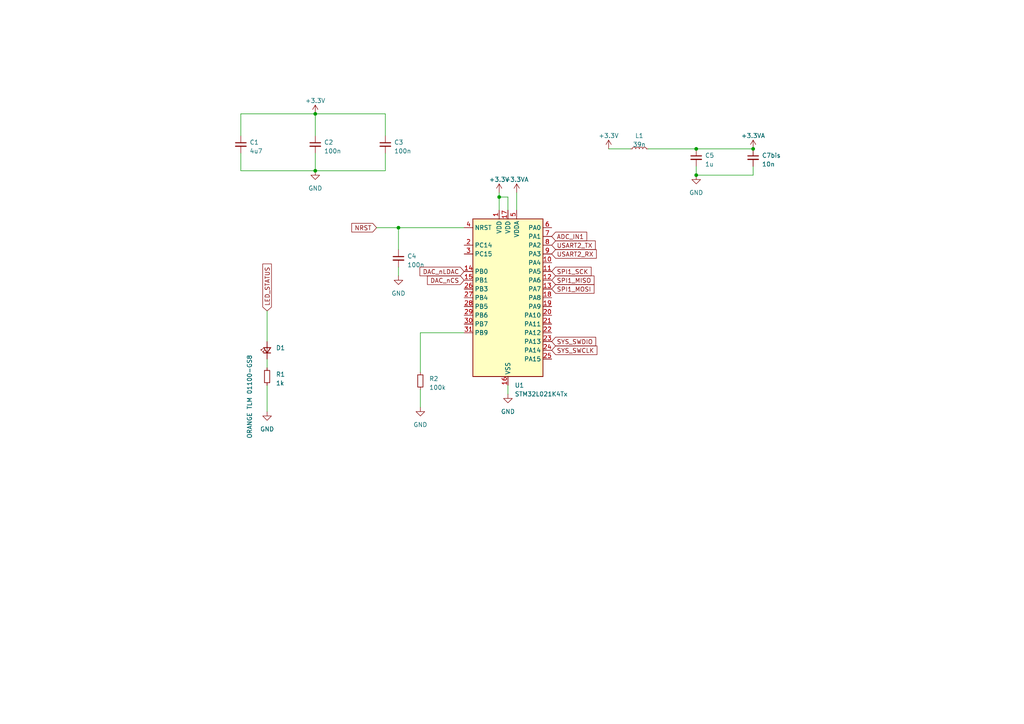
<source format=kicad_sch>
(kicad_sch (version 20230121) (generator eeschema)
  (paper "A4")
  (lib_symbols
    (symbol "Device:C_Small" (pin_numbers hide) (pin_names (offset 0.254) hide)
      (property "Reference" "C" (at 0.254 1.778 0))
      (property "Value" "C_Small" (at 0.254 -2.032 0))
      (symbol "C_Small_0_1"
        (polyline (pts (xy -1.524 -0.508) (xy 1.524 -0.508)) (stroke (width 0.3302)))
        (polyline (pts (xy -1.524 0.508) (xy 1.524 0.508)) (stroke (width 0.3048)))
      )
      (symbol "C_Small_1_1"
        (pin passive line (at 0 2.54 270) (length 2.032) (name "~") (number "1"))
        (pin passive line (at 0 -2.54 90) (length 2.032) (name "~") (number "2"))
      )
    )
    (symbol "Device:LED_Small" (pin_numbers hide) (pin_names (offset 0.254) hide)
      (property "Reference" "D" (at -1.27 3.175 0))
      (property "Value" "LED_Small" (at -4.445 -2.54 0))
      (symbol "LED_Small_0_1"
        (polyline (pts (xy -0.762 -1.016) (xy -0.762 1.016)) (stroke (width 0.254)))
        (polyline (pts (xy 1.016 0) (xy -0.762 0)))
        (polyline (pts (xy 0.762 -1.016) (xy -0.762 0) (xy 0.762 1.016) (xy 0.762 -1.016)) (stroke (width 0.254)))
        (polyline (pts (xy 0 0.762) (xy -0.508 1.27) (xy -0.254 1.27) (xy -0.508 1.27) (xy -0.508 1.016)))
        (polyline (pts (xy 0.508 1.27) (xy 0 1.778) (xy 0.254 1.778) (xy 0 1.778) (xy 0 1.524)))
      )
      (symbol "LED_Small_1_1"
        (pin passive line (at -2.54 0 0) (length 1.778) (name "K") (number "1"))
        (pin passive line (at 2.54 0 180) (length 1.778) (name "A") (number "2"))
      )
    )
    (symbol "Device:L_Small" (pin_numbers hide) (pin_names (offset 0.254) hide)
      (property "Reference" "L" (at 0.762 1.016 0))
      (property "Value" "L_Small" (at 0.762 -1.016 0))
      (symbol "L_Small_0_1"
        (arc (start 0 -2.032) (mid 0.5058 -1.524) (end 0 -1.016))
        (arc (start 0 -1.016) (mid 0.5058 -0.508) (end 0 0))
        (arc (start 0 0) (mid 0.5058 0.508) (end 0 1.016))
        (arc (start 0 1.016) (mid 0.5058 1.524) (end 0 2.032))
      )
      (symbol "L_Small_1_1"
        (pin passive line (at 0 2.54 270) (length 0.508) (name "~") (number "1"))
        (pin passive line (at 0 -2.54 90) (length 0.508) (name "~") (number "2"))
      )
    )
    (symbol "Device:R_Small" (pin_numbers hide) (pin_names (offset 0.254) hide)
      (property "Reference" "R" (at 0.762 0.508 0))
      (property "Value" "R_Small" (at 0.762 -1.016 0))
      (symbol "R_Small_0_1"
        (rectangle (start -0.762 1.778) (end 0.762 -1.778) (stroke (width 0.2032)))
      )
      (symbol "R_Small_1_1"
        (pin passive line (at 0 2.54 270) (length 0.762) (name "~") (number "1"))
        (pin passive line (at 0 -2.54 90) (length 0.762) (name "~") (number "2"))
      )
    )
    (symbol "MCU_ST_STM32L0:STM32L021K4Tx"
      (property "Reference" "U" (at -10.16 24.13 0))
      (property "Value" "STM32L021K4Tx" (at 5.08 24.13 0))
      (symbol "STM32L021K4Tx_0_1"
        (rectangle (start -10.16 -22.86) (end 10.16 22.86) (stroke (width 0.254)) (fill (type background)))
      )
      (symbol "STM32L021K4Tx_1_1"
        (pin power_in line (at -2.54 25.4 270) (length 2.54) (name "VDD") (number "1"))
        (pin bidirectional line (at 12.7 10.16 180) (length 2.54) (name "PA4") (number "10"))
        (pin bidirectional line (at 12.7 7.62 180) (length 2.54) (name "PA5") (number "11"))
        (pin bidirectional line (at 12.7 5.08 180) (length 2.54) (name "PA6") (number "12"))
        (pin bidirectional line (at 12.7 2.54 180) (length 2.54) (name "PA7") (number "13"))
        (pin bidirectional line (at -12.7 7.62 0) (length 2.54) (name "PB0") (number "14"))
        (pin bidirectional line (at -12.7 5.08 0) (length 2.54) (name "PB1") (number "15"))
        (pin power_in line (at 0 -25.4 90) (length 2.54) (name "VSS") (number "16"))
        (pin power_in line (at 0 25.4 270) (length 2.54) (name "VDD") (number "17"))
        (pin bidirectional line (at 12.7 0 180) (length 2.54) (name "PA8") (number "18"))
        (pin bidirectional line (at 12.7 -2.54 180) (length 2.54) (name "PA9") (number "19"))
        (pin bidirectional line (at -12.7 15.24 0) (length 2.54) (name "PC14") (number "2"))
        (pin bidirectional line (at 12.7 -5.08 180) (length 2.54) (name "PA10") (number "20"))
        (pin bidirectional line (at 12.7 -7.62 180) (length 2.54) (name "PA11") (number "21"))
        (pin bidirectional line (at 12.7 -10.16 180) (length 2.54) (name "PA12") (number "22"))
        (pin bidirectional line (at 12.7 -12.7 180) (length 2.54) (name "PA13") (number "23"))
        (pin bidirectional line (at 12.7 -15.24 180) (length 2.54) (name "PA14") (number "24"))
        (pin bidirectional line (at 12.7 -17.78 180) (length 2.54) (name "PA15") (number "25"))
        (pin bidirectional line (at -12.7 2.54 0) (length 2.54) (name "PB3") (number "26"))
        (pin bidirectional line (at -12.7 0 0) (length 2.54) (name "PB4") (number "27"))
        (pin bidirectional line (at -12.7 -2.54 0) (length 2.54) (name "PB5") (number "28"))
        (pin bidirectional line (at -12.7 -5.08 0) (length 2.54) (name "PB6") (number "29"))
        (pin bidirectional line (at -12.7 12.7 0) (length 2.54) (name "PC15") (number "3"))
        (pin bidirectional line (at -12.7 -7.62 0) (length 2.54) (name "PB7") (number "30"))
        (pin bidirectional line (at -12.7 -10.16 0) (length 2.54) (name "PB9") (number "31"))
        (pin passive line (at 0 -25.4 90) (length 2.54) hide (name "VSS") (number "32"))
        (pin input line (at -12.7 20.32 0) (length 2.54) (name "NRST") (number "4"))
        (pin power_in line (at 2.54 25.4 270) (length 2.54) (name "VDDA") (number "5"))
        (pin bidirectional line (at 12.7 20.32 180) (length 2.54) (name "PA0") (number "6"))
        (pin bidirectional line (at 12.7 17.78 180) (length 2.54) (name "PA1") (number "7"))
        (pin bidirectional line (at 12.7 15.24 180) (length 2.54) (name "PA2") (number "8"))
        (pin bidirectional line (at 12.7 12.7 180) (length 2.54) (name "PA3") (number "9"))
      )
    )
    (symbol "power:+3.3V" (power) (pin_names (offset 0))
      (property "Value" "+3.3V" (at 0 3.556 0))
      (symbol "+3.3V_0_1"
        (polyline (pts (xy -0.762 1.27) (xy 0 2.54)))
        (polyline (pts (xy 0 0) (xy 0 2.54)))
        (polyline (pts (xy 0 2.54) (xy 0.762 1.27)))
      )
      (symbol "+3.3V_1_1"
        (pin power_in line (at 0 0 90) (length 0) hide (name "+3.3V") (number "1"))
      )
    )
    (symbol "power:+3.3VA" (power) (pin_names (offset 0))
      (property "Value" "+3.3VA" (at 0 3.556 0))
      (symbol "+3.3VA_0_1"
        (polyline (pts (xy -0.762 1.27) (xy 0 2.54)))
        (polyline (pts (xy 0 0) (xy 0 2.54)))
        (polyline (pts (xy 0 2.54) (xy 0.762 1.27)))
      )
      (symbol "+3.3VA_1_1"
        (pin power_in line (at 0 0 90) (length 0) hide (name "+3.3VA") (number "1"))
      )
    )
    (symbol "power:GND" (power) (pin_names (offset 0))
      (property "Value" "GND" (at 0 -3.81 0))
      (symbol "GND_0_1"
        (polyline (pts (xy 0 0) (xy 0 -1.27) (xy 1.27 -1.27) (xy 0 -2.54) (xy -1.27 -1.27) (xy 0 -1.27)))
      )
      (symbol "GND_1_1"
        (pin power_in line (at 0 0 270) (length 0) hide (name "GND") (number "1"))
      )
    )
  )
  (junction (at 201.93 50.8))
  (junction (at 144.78 57.15))
  (junction (at 201.93 43.18))
  (junction (at 91.44 49.53))
  (junction (at 115.57 66.04))
  (junction (at 91.44 33.02))
  (junction (at 218.44 43.18))
  (wire (pts (xy 187.96 43.18) (xy 201.93 43.18)))
  (wire (pts (xy 115.57 77.47) (xy 115.57 80.01)))
  (wire (pts (xy 115.57 66.04) (xy 115.57 72.39)))
  (wire (pts (xy 218.44 50.8) (xy 201.93 50.8)))
  (wire (pts (xy 201.93 48.26) (xy 201.93 50.8)))
  (wire (pts (xy 144.78 55.88) (xy 144.78 57.15)))
  (wire (pts (xy 144.78 57.15) (xy 144.78 60.96)))
  (wire (pts (xy 69.85 49.53) (xy 91.44 49.53)))
  (wire (pts (xy 176.53 43.18) (xy 182.88 43.18)))
  (wire (pts (xy 111.76 39.37) (xy 111.76 33.02)))
  (wire (pts (xy 91.44 33.02) (xy 69.85 33.02)))
  (wire (pts (xy 201.93 43.18) (xy 218.44 43.18)))
  (wire (pts (xy 77.47 111.76) (xy 77.47 119.38)))
  (wire (pts (xy 91.44 44.45) (xy 91.44 49.53)))
  (wire (pts (xy 111.76 33.02) (xy 91.44 33.02)))
  (wire (pts (xy 69.85 33.02) (xy 69.85 39.37)))
  (wire (pts (xy 147.32 57.15) (xy 147.32 60.96)))
  (wire (pts (xy 149.86 55.88) (xy 149.86 60.96)))
  (wire (pts (xy 115.57 66.04) (xy 134.62 66.04)))
  (wire (pts (xy 144.78 57.15) (xy 147.32 57.15)))
  (wire (pts (xy 77.47 90.17) (xy 77.47 99.06)))
  (wire (pts (xy 91.44 49.53) (xy 111.76 49.53)))
  (wire (pts (xy 77.47 104.14) (xy 77.47 106.68)))
  (wire (pts (xy 69.85 44.45) (xy 69.85 49.53)))
  (wire (pts (xy 111.76 49.53) (xy 111.76 44.45)))
  (wire (pts (xy 109.22 66.04) (xy 115.57 66.04)))
  (wire (pts (xy 218.44 48.26) (xy 218.44 50.8)))
  (wire (pts (xy 147.32 111.76) (xy 147.32 114.3)))
  (wire (pts (xy 121.92 107.95) (xy 121.92 96.52)))
  (wire (pts (xy 121.92 113.03) (xy 121.92 118.11)))
  (wire (pts (xy 121.92 96.52) (xy 134.62 96.52)))
  (wire (pts (xy 91.44 33.02) (xy 91.44 39.37)))
  (global_label "SPI1_SCK" (shape input) (at 160.02 78.74 0) (property "Intersheetrefs" "${INTERSHEET_REFS}" (effects hide)))
  (global_label "ADC_IN1" (shape input) (at 160.02 68.58 0) (property "Intersheetrefs" "${INTERSHEET_REFS}" (effects hide)))
  (global_label "DAC_nLDAC" (shape input) (at 134.62 78.74 180) (property "Intersheetrefs" "${INTERSHEET_REFS}" (effects hide)))
  (global_label "DAC_nCS" (shape input) (at 134.62 81.28 180) (property "Intersheetrefs" "${INTERSHEET_REFS}" (effects hide)))
  (global_label "SPI1_MISO" (shape input) (at 160.02 81.28 0) (property "Intersheetrefs" "${INTERSHEET_REFS}" (effects hide)))
  (global_label "NRST" (shape input) (at 109.22 66.04 180) (property "Intersheetrefs" "${INTERSHEET_REFS}" (effects hide)))
  (global_label "USART2_RX" (shape input) (at 160.02 73.66 0) (property "Intersheetrefs" "${INTERSHEET_REFS}" (effects hide)))
  (global_label "SPI1_MOSI" (shape input) (at 160.02 83.82 0) (property "Intersheetrefs" "${INTERSHEET_REFS}" (effects hide)))
  (global_label "USART2_TX" (shape input) (at 160.02 71.12 0) (property "Intersheetrefs" "${INTERSHEET_REFS}" (effects hide)))
  (global_label "SYS_SWCLK" (shape input) (at 160.02 101.6 0) (property "Intersheetrefs" "${INTERSHEET_REFS}" (effects hide)))
  (global_label "SYS_SWDIO" (shape input) (at 160.02 99.06 0) (property "Intersheetrefs" "${INTERSHEET_REFS}" (effects hide)))
  (global_label "LED_STATUS" (shape input) (at 77.47 90.17 90) (property "Intersheetrefs" "${INTERSHEET_REFS}" (effects hide)))
  (symbol (lib_id "Device:L_Small") (at 185.42 43.18 90) (unit 1)
    (property "Reference" "L1" (at 185.42 39.37 90))
    (property "Value" "39n" (at 185.42 41.91 90))
  )
  (symbol (lib_id "Device:C_Small") (at 91.44 41.91 0) (unit 1)
    (property "Reference" "C2" (at 93.98 41.2813 0) (effects (justify left)))
    (property "Value" "100n" (at 93.98 43.8213 0) (effects (justify left)))
  )
  (symbol (lib_id "power:GND") (at 147.32 114.3 0) (unit 1)
    (property "Reference" "#PWR01" (effects hide))
    (property "Value" "GND" (at 147.32 119.38 0))
  )
  (symbol (lib_id "power:GND") (at 115.57 80.01 0) (unit 1)
    (property "Reference" "#PWR011" (effects hide))
    (property "Value" "GND" (at 115.57 85.09 0))
  )
  (symbol (lib_id "Device:C_Small") (at 69.85 41.91 0) (unit 1)
    (property "Reference" "C1" (at 72.39 41.2813 0) (effects (justify left)))
    (property "Value" "4u7" (at 72.39 43.8213 0) (effects (justify left)))
  )
  (symbol (lib_id "Device:R_Small") (at 121.92 110.49 0) (unit 1)
    (property "Reference" "R2" (at 124.46 109.855 0) (effects (justify left)))
    (property "Value" "100k" (at 124.46 112.395 0) (effects (justify left)))
  )
  (symbol (lib_id "Device:LED_Small") (at 77.47 101.6 90) (unit 1)
    (property "Reference" "D1" (at 80.01 100.9015 90) (effects (justify right)))
    (property "Value" "ORANGE TLM 01100-GS8" (at 72.39 102.87 0) (effects (justify right)))
  )
  (symbol (lib_id "power:+3.3V") (at 176.53 43.18 0) (unit 1)
    (property "Reference" "#PWR05" (effects hide))
    (property "Value" "+3.3V" (at 176.53 39.37 0))
  )
  (symbol (lib_id "power:+3.3VA") (at 149.86 55.88 0) (unit 1)
    (property "Reference" "#PWR03" (effects hide))
    (property "Value" "+3.3VA" (at 149.86 52.07 0))
  )
  (symbol (lib_id "Device:C_Small") (at 218.44 45.72 0) (unit 1)
    (property "Reference" "C7bis" (at 220.98 45.0913 0) (effects (justify left)))
    (property "Value" "10n" (at 220.98 47.6313 0) (effects (justify left)))
  )
  (symbol (lib_id "Device:R_Small") (at 77.47 109.22 0) (unit 1)
    (property "Reference" "R1" (at 80.01 108.585 0) (effects (justify left)))
    (property "Value" "1k" (at 80.01 111.125 0) (effects (justify left)))
  )
  (symbol (lib_id "power:GND") (at 77.47 119.38 0) (unit 1)
    (property "Reference" "#PWR07" (effects hide))
    (property "Value" "GND" (at 77.47 124.46 0))
  )
  (symbol (lib_id "power:GND") (at 121.92 118.11 0) (unit 1)
    (property "Reference" "#PWR06" (effects hide))
    (property "Value" "GND" (at 121.92 123.19 0))
  )
  (symbol (lib_id "power:+3.3VA") (at 218.44 43.18 0) (unit 1)
    (property "Reference" "#PWR010" (effects hide))
    (property "Value" "+3.3VA" (at 218.44 39.37 0))
  )
  (symbol (lib_id "Device:C_Small") (at 115.57 74.93 0) (unit 1)
    (property "Reference" "C4" (at 118.11 74.3013 0) (effects (justify left)))
    (property "Value" "100n" (at 118.11 76.8413 0) (effects (justify left)))
  )
  (symbol (lib_id "MCU_ST_STM32L0:STM32L021K4Tx") (at 147.32 86.36 0) (unit 1)
    (property "Reference" "U1" (at 149.2759 111.76 0) (effects (justify left)))
    (property "Value" "STM32L021K4Tx" (at 149.2759 114.3 0) (effects (justify left)))
    (property "Footprint" "Package_QFP:LQFP-32_7x7mm_P0.8mm" (effects hide))
    (property "Datasheet" "https://www.st.com/resource/en/datasheet/stm32l021k4.pdf" (effects hide))
  )
  (symbol (lib_id "power:+3.3V") (at 91.44 33.02 0) (unit 1)
    (property "Reference" "#PWR04" (effects hide))
    (property "Value" "+3.3V" (at 91.44 29.21 0))
  )
  (symbol (lib_id "power:+3.3V") (at 144.78 55.88 0) (unit 1)
    (property "Reference" "#PWR02" (effects hide))
    (property "Value" "+3.3V" (at 144.78 52.07 0))
  )
  (symbol (lib_id "Device:C_Small") (at 201.93 45.72 0) (unit 1)
    (property "Reference" "C5" (at 204.47 45.0913 0) (effects (justify left)))
    (property "Value" "1u" (at 204.47 47.6313 0) (effects (justify left)))
  )
  (symbol (lib_id "Device:C_Small") (at 111.76 41.91 0) (unit 1)
    (property "Reference" "C3" (at 114.3 41.2813 0) (effects (justify left)))
    (property "Value" "100n" (at 114.3 43.8213 0) (effects (justify left)))
  )
  (symbol (lib_id "power:GND") (at 91.44 49.53 0) (unit 1)
    (property "Reference" "#PWR08" (effects hide))
    (property "Value" "GND" (at 91.44 54.61 0))
  )
  (symbol (lib_id "power:GND") (at 201.93 50.8 0) (unit 1)
    (property "Reference" "#PWR09" (effects hide))
    (property "Value" "GND" (at 201.93 55.88 0))
  )
)
</source>
